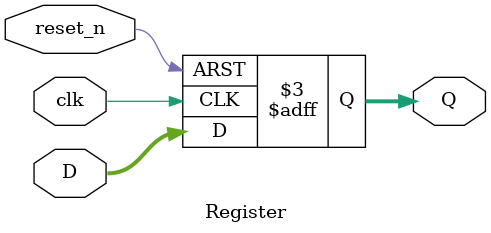
<source format=v>
`timescale 1ns / 1ps

module Register(
input [31:0] D ,
input reset_n ,
input clk,
output reg [31:0] Q 
    );
    always@(posedge clk , negedge reset_n)
    begin
    
    if(~reset_n)
         Q <= 0 ;
    else
         Q <= D ;
    end    
    
endmodule

</source>
